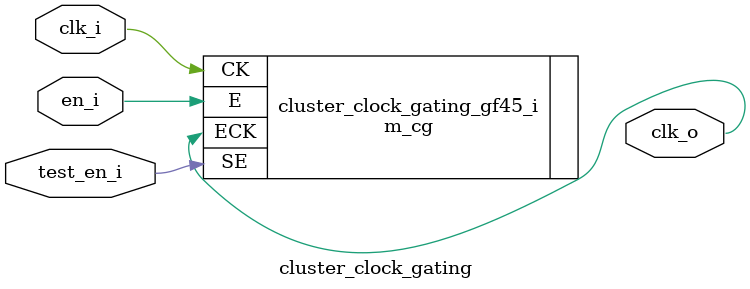
<source format=sv>

module cluster_clock_gating
(
    input  logic clk_i,
    input  logic en_i,
    input  logic test_en_i,
    output logic clk_o
  );

//`ifdef PULP_FPGA_EMUL
//  // no clock gates in FPGA flow
//  assign clk_o = clk_i;
//`else
  m_cg cluster_clock_gating_gf45_i (
       .CK  (clk_i         )
      ,.E   (en_i          )
      ,.SE  (test_en_i     )
      ,.ECK (clk_o         )
      );

  
    
//Original version
    /*
  logic clk_en;

  always_latch
  begin
     if (clk_i == 1'b0)
       clk_en <= en_i | test_en_i;
  end

  assign clk_o = clk_i & clk_en;
*/
//`endif

endmodule

</source>
